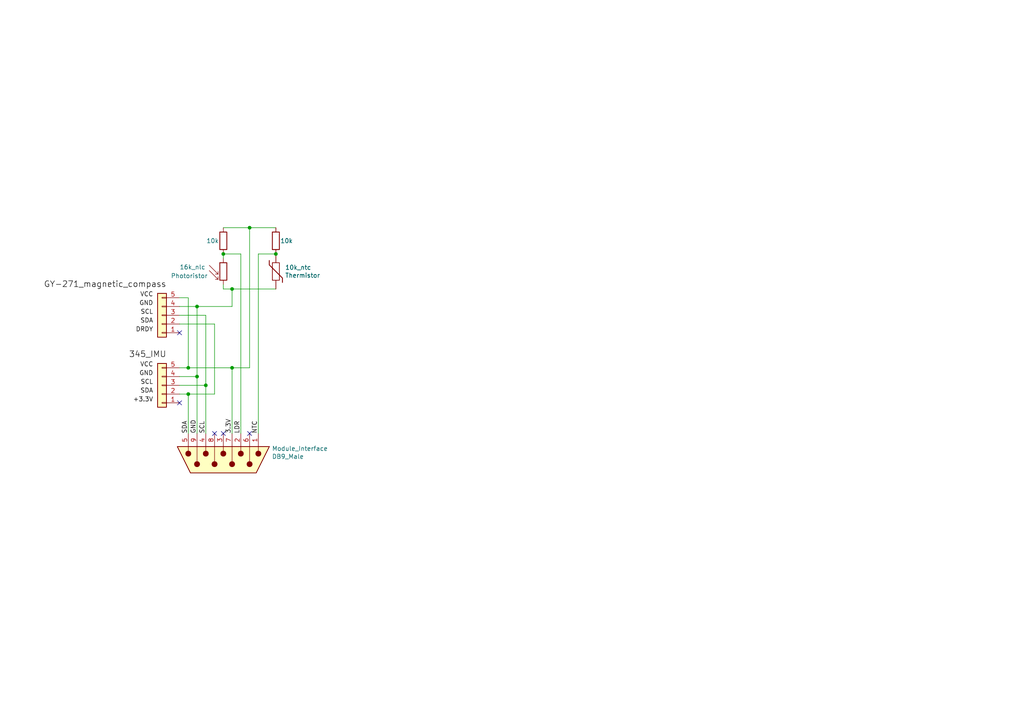
<source format=kicad_sch>
(kicad_sch (version 20211123) (generator eeschema)
  (paper "A4")
  (lib_symbols
    (symbol "Connector:DB9_Male" (pin_names (offset 1.016) hide)
      (property "Reference" "J" (at 0 13.97 0))
      (property "Value" "DB9_Male" (at 0 -14.605 0))
      (symbol "DB9_Male_0_1"
        (circle (center -1.778 -10.16) (radius 0.762) (fill (type outline)))
        (circle (center -1.778 -5.08) (radius 0.762) (fill (type outline)))
        (circle (center -1.778 0) (radius 0.762) (fill (type outline)))
        (circle (center -1.778 5.08) (radius 0.762) (fill (type outline)))
        (circle (center -1.778 10.16) (radius 0.762) (fill (type outline)))
        (polyline (pts (xy -3.81 -10.16) (xy -2.54 -10.16)))
        (polyline (pts (xy -3.81 -7.62) (xy 0.508 -7.62)))
        (polyline (pts (xy -3.81 -5.08) (xy -2.54 -5.08)))
        (polyline (pts (xy -3.81 -2.54) (xy 0.508 -2.54)))
        (polyline (pts (xy -3.81 0) (xy -2.54 0)))
        (polyline (pts (xy -3.81 2.54) (xy 0.508 2.54)))
        (polyline (pts (xy -3.81 5.08) (xy -2.54 5.08)))
        (polyline (pts (xy -3.81 7.62) (xy 0.508 7.62)))
        (polyline (pts (xy -3.81 10.16) (xy -2.54 10.16)))
        (polyline (pts (xy -3.81 -13.335) (xy -3.81 13.335) (xy 3.81 9.525) (xy 3.81 -9.525) (xy -3.81 -13.335)) (stroke (width 0.254)) (fill (type background)))
        (circle (center 1.27 -7.62) (radius 0.762) (fill (type outline)))
        (circle (center 1.27 -2.54) (radius 0.762) (fill (type outline)))
        (circle (center 1.27 2.54) (radius 0.762) (fill (type outline)))
        (circle (center 1.27 7.62) (radius 0.762) (fill (type outline)))
      )
      (symbol "DB9_Male_1_1"
        (pin passive line (at -7.62 -10.16 0) (length 3.81) (name "1") (number "1"))
        (pin passive line (at -7.62 -5.08 0) (length 3.81) (name "2") (number "2"))
        (pin passive line (at -7.62 0 0) (length 3.81) (name "3") (number "3"))
        (pin passive line (at -7.62 5.08 0) (length 3.81) (name "4") (number "4"))
        (pin passive line (at -7.62 10.16 0) (length 3.81) (name "5") (number "5"))
        (pin passive line (at -7.62 -7.62 0) (length 3.81) (name "6") (number "6"))
        (pin passive line (at -7.62 -2.54 0) (length 3.81) (name "7") (number "7"))
        (pin passive line (at -7.62 2.54 0) (length 3.81) (name "8") (number "8"))
        (pin passive line (at -7.62 7.62 0) (length 3.81) (name "9") (number "9"))
      )
    )
    (symbol "Connector_Generic:Conn_01x05" (pin_names (offset 1.016) hide)
      (property "Reference" "J" (at 0 7.62 0))
      (property "Value" "Conn_01x05" (at 0 -7.62 0))
      (symbol "Conn_01x05_1_1"
        (rectangle (start -1.27 -4.953) (end 0 -5.207) (stroke (width 0.1524)))
        (rectangle (start -1.27 -2.413) (end 0 -2.667) (stroke (width 0.1524)))
        (rectangle (start -1.27 0.127) (end 0 -0.127) (stroke (width 0.1524)))
        (rectangle (start -1.27 2.667) (end 0 2.413) (stroke (width 0.1524)))
        (rectangle (start -1.27 5.207) (end 0 4.953) (stroke (width 0.1524)))
        (rectangle (start -1.27 6.35) (end 1.27 -6.35) (stroke (width 0.254)) (fill (type background)))
        (pin passive line (at -5.08 5.08 0) (length 3.81) (name "Pin_1") (number "1"))
        (pin passive line (at -5.08 2.54 0) (length 3.81) (name "Pin_2") (number "2"))
        (pin passive line (at -5.08 0 0) (length 3.81) (name "Pin_3") (number "3"))
        (pin passive line (at -5.08 -2.54 0) (length 3.81) (name "Pin_4") (number "4"))
        (pin passive line (at -5.08 -5.08 0) (length 3.81) (name "Pin_5") (number "5"))
      )
    )
    (symbol "Device:R" (pin_numbers hide) (pin_names (offset 0))
      (property "Reference" "R" (at 2.032 0 90))
      (property "Value" "R" (at 0 0 90))
      (symbol "R_0_1"
        (rectangle (start -1.016 -2.54) (end 1.016 2.54) (stroke (width 0.254)))
      )
      (symbol "R_1_1"
        (pin passive line (at 0 3.81 270) (length 1.27) (name "~") (number "1"))
        (pin passive line (at 0 -3.81 90) (length 1.27) (name "~") (number "2"))
      )
    )
    (symbol "Device:R_Photo" (pin_numbers hide) (pin_names (offset 0))
      (property "Reference" "R" (at 1.27 1.27 0))
      (property "Value" "R_Photo" (at 1.27 0 0))
      (symbol "R_Photo_0_1"
        (rectangle (start -1.016 2.54) (end 1.016 -2.54) (stroke (width 0.254)))
        (polyline (pts (xy -1.524 -2.286) (xy -4.064 0.254)))
        (polyline (pts (xy -1.524 -2.286) (xy -2.286 -2.286)))
        (polyline (pts (xy -1.524 -2.286) (xy -1.524 -1.524)))
        (polyline (pts (xy -1.524 -0.762) (xy -4.064 1.778)))
        (polyline (pts (xy -1.524 -0.762) (xy -2.286 -0.762)))
        (polyline (pts (xy -1.524 -0.762) (xy -1.524 0)))
      )
      (symbol "R_Photo_1_1"
        (pin passive line (at 0 3.81 270) (length 1.27) (name "~") (number "1"))
        (pin passive line (at 0 -3.81 90) (length 1.27) (name "~") (number "2"))
      )
    )
    (symbol "Device:Thermistor" (pin_numbers hide) (pin_names (offset 0))
      (property "Reference" "TH" (at 2.54 1.27 90))
      (property "Value" "Thermistor" (at -2.54 0 90))
      (symbol "Thermistor_0_1"
        (rectangle (start -1.016 2.54) (end 1.016 -2.54) (stroke (width 0.2032)))
        (polyline (pts (xy -1.905 3.175) (xy -1.905 1.905) (xy 1.905 -1.905) (xy 1.905 -3.175) (xy 1.905 -3.175)) (stroke (width 0.254)))
      )
      (symbol "Thermistor_1_1"
        (pin passive line (at 0 5.08 270) (length 2.54) (name "~") (number "1"))
        (pin passive line (at 0 -5.08 90) (length 2.54) (name "~") (number "2"))
      )
    )
  )
  (junction (at 80.01 73.66))
  (junction (at 54.61 106.68))
  (junction (at 67.31 106.68))
  (junction (at 64.77 73.66))
  (junction (at 67.31 83.82))
  (junction (at 54.61 114.3))
  (junction (at 57.15 88.9))
  (junction (at 72.39 66.04))
  (junction (at 59.69 111.76))
  (junction (at 57.15 109.22))
  (no_connect (at 52.07 96.52))
  (no_connect (at 52.07 116.84))
  (no_connect (at 62.23 125.73))
  (no_connect (at 72.39 125.73))
  (no_connect (at 64.77 125.73))
  (wire (pts (xy 64.77 83.82) (xy 67.31 83.82)))
  (wire (pts (xy 72.39 66.04) (xy 80.01 66.04)))
  (wire (pts (xy 67.31 88.9) (xy 57.15 88.9)))
  (wire (pts (xy 59.69 125.73) (xy 59.69 111.76)))
  (wire (pts (xy 67.31 125.73) (xy 67.31 106.68)))
  (wire (pts (xy 72.39 106.68) (xy 67.31 106.68)))
  (wire (pts (xy 52.07 88.9) (xy 57.15 88.9)))
  (wire (pts (xy 54.61 106.68) (xy 52.07 106.68)))
  (wire (pts (xy 64.77 82.55) (xy 64.77 83.82)))
  (wire (pts (xy 59.69 91.44) (xy 59.69 111.76)))
  (wire (pts (xy 69.85 125.73) (xy 69.85 73.66)))
  (wire (pts (xy 80.01 73.66) (xy 74.93 73.66)))
  (wire (pts (xy 52.07 86.36) (xy 54.61 86.36)))
  (wire (pts (xy 54.61 114.3) (xy 62.23 114.3)))
  (wire (pts (xy 57.15 109.22) (xy 52.07 109.22)))
  (wire (pts (xy 64.77 66.04) (xy 72.39 66.04)))
  (wire (pts (xy 64.77 74.93) (xy 64.77 73.66)))
  (wire (pts (xy 67.31 83.82) (xy 80.01 83.82)))
  (wire (pts (xy 67.31 106.68) (xy 54.61 106.68)))
  (wire (pts (xy 74.93 73.66) (xy 74.93 125.73)))
  (wire (pts (xy 52.07 114.3) (xy 54.61 114.3)))
  (wire (pts (xy 54.61 125.73) (xy 54.61 114.3)))
  (wire (pts (xy 67.31 88.9) (xy 67.31 83.82)))
  (wire (pts (xy 57.15 109.22) (xy 57.15 125.73)))
  (wire (pts (xy 57.15 88.9) (xy 57.15 109.22)))
  (wire (pts (xy 62.23 93.98) (xy 52.07 93.98)))
  (wire (pts (xy 62.23 114.3) (xy 62.23 93.98)))
  (wire (pts (xy 72.39 66.04) (xy 72.39 106.68)))
  (wire (pts (xy 59.69 111.76) (xy 52.07 111.76)))
  (wire (pts (xy 69.85 73.66) (xy 64.77 73.66)))
  (wire (pts (xy 54.61 86.36) (xy 54.61 106.68)))
  (wire (pts (xy 52.07 91.44) (xy 59.69 91.44)))
  (label "345_IMU" (at 48.26 104.14 180) (effects (font (size 1.7 1.7))))
  (label "GND" (at 57.15 125.73 90))
  (label "NTC" (at 74.93 125.73 90))
  (label "LDR" (at 69.85 125.73 90))
  (label "SCL" (at 44.45 111.76 180))
  (label "3.3V" (at 67.31 125.73 90))
  (label "+3.3V" (at 44.45 116.84 180))
  (label "SDA" (at 54.61 125.73 90))
  (label "DRDY" (at 44.45 96.52 180))
  (label "GND" (at 44.45 88.9 180))
  (label "GY-271_magnetic_compass" (at 48.26 83.82 180) (effects (font (size 1.7 1.7))))
  (label "SDA" (at 44.45 93.98 180))
  (label "SCL" (at 59.69 125.73 90))
  (label "VCC" (at 44.45 86.36 180))
  (label "GND" (at 44.45 109.22 180))
  (label "VCC" (at 44.45 106.68 180))
  (label "SDA" (at 44.45 114.3 180))
  (label "SCL" (at 44.45 91.44 180))
  (symbol (lib_id "Device:R") (at 64.77 69.85 0) (unit 1)
    (property "Reference" "R_Photo_pullup" (effects hide))
    (property "Value" "10k" (at 63.5 69.85 0) (effects (justify right)))
  )
  (symbol (lib_id "Device:R") (at 80.01 69.85 0) (unit 1)
    (property "Reference" "R_Thermistor_pullup" (effects hide))
    (property "Value" "10k" (at 81.28 69.85 0) (effects (justify left)))
  )
  (symbol (lib_id "Device:Thermistor") (at 80.01 78.74 0) (unit 1)
    (property "Reference" "10k_ntc" (at 82.677 77.5716 0) (effects (justify left)))
    (property "Value" "Thermistor" (at 82.677 79.883 0) (effects (justify left)))
  )
  (symbol (lib_id "Connector_Generic:Conn_01x05") (at 46.99 91.44 180) (unit 1)
    (property "Reference" "GY-271_magnetic_compass" (effects hide))
    (property "Value" "Conn_01x05" (effects hide))
  )
  (symbol (lib_id "Connector_Generic:Conn_01x05") (at 46.99 111.76 180) (unit 1)
    (property "Reference" "345_IMU" (effects hide))
    (property "Value" "Conn_01x05" (effects hide))
  )
  (symbol (lib_id "Connector:DB9_Male") (at 64.77 133.35 90) (mirror x) (unit 1)
    (property "Reference" "Module_Interface" (at 78.867 130.0988 90) (effects (justify right)))
    (property "Value" "DB9_Male" (at 78.867 132.4102 90) (effects (justify right)))
    (property "Datasheet" " ~" (effects hide))
  )
  (symbol (lib_id "Device:R_Photo") (at 64.77 78.74 0) (unit 1)
    (property "Reference" "16k_nlc" (at 52.07 77.47 0) (effects (justify left)))
    (property "Value" "Photoristor" (at 49.53 80.01 0) (effects (justify left)))
  )
)
</source>
